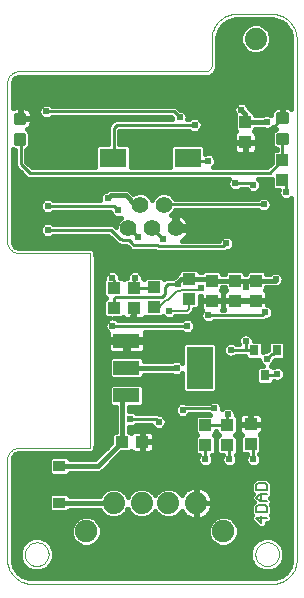
<source format=gtl>
G75*
%MOIN*%
%OFA0B0*%
%FSLAX24Y24*%
%IPPOS*%
%LPD*%
%AMOC8*
5,1,8,0,0,1.08239X$1,22.5*
%
%ADD10C,0.0000*%
%ADD11C,0.0060*%
%ADD12R,0.0433X0.0394*%
%ADD13R,0.0880X0.0480*%
%ADD14R,0.0866X0.1417*%
%ADD15R,0.0394X0.0433*%
%ADD16R,0.0413X0.0374*%
%ADD17R,0.0315X0.0354*%
%ADD18C,0.0118*%
%ADD19C,0.0740*%
%ADD20C,0.0748*%
%ADD21C,0.0560*%
%ADD22R,0.0906X0.0630*%
%ADD23C,0.0100*%
%ADD24C,0.0240*%
%ADD25C,0.0080*%
%ADD26C,0.0160*%
D10*
X003031Y003256D02*
X003031Y006602D01*
X003033Y006641D01*
X003039Y006679D01*
X003048Y006716D01*
X003061Y006753D01*
X003078Y006788D01*
X003097Y006821D01*
X003120Y006852D01*
X003146Y006881D01*
X003175Y006907D01*
X003206Y006930D01*
X003239Y006949D01*
X003274Y006966D01*
X003311Y006979D01*
X003348Y006988D01*
X003386Y006994D01*
X003425Y006996D01*
X005787Y006996D01*
X005787Y013492D01*
X003425Y013492D01*
X003425Y013491D02*
X003386Y013493D01*
X003348Y013499D01*
X003311Y013508D01*
X003274Y013521D01*
X003239Y013538D01*
X003206Y013557D01*
X003175Y013580D01*
X003146Y013606D01*
X003120Y013635D01*
X003097Y013666D01*
X003078Y013699D01*
X003061Y013734D01*
X003048Y013771D01*
X003039Y013808D01*
X003033Y013846D01*
X003031Y013885D01*
X003031Y019161D01*
X003033Y019200D01*
X003039Y019238D01*
X003048Y019275D01*
X003061Y019312D01*
X003078Y019347D01*
X003097Y019380D01*
X003120Y019411D01*
X003146Y019440D01*
X003175Y019466D01*
X003206Y019489D01*
X003239Y019508D01*
X003274Y019525D01*
X003311Y019538D01*
X003348Y019547D01*
X003386Y019553D01*
X003425Y019555D01*
X009645Y019555D01*
X009671Y019557D01*
X009696Y019562D01*
X009720Y019570D01*
X009744Y019581D01*
X009765Y019596D01*
X009784Y019613D01*
X009801Y019632D01*
X009816Y019654D01*
X009827Y019677D01*
X009835Y019701D01*
X009840Y019726D01*
X009842Y019752D01*
X009842Y020578D01*
X010630Y021466D02*
X011889Y021466D01*
X011944Y021460D01*
X011998Y021452D01*
X012051Y021440D01*
X012104Y021424D01*
X012156Y021405D01*
X012206Y021383D01*
X012254Y021357D01*
X012301Y021328D01*
X012346Y021297D01*
X012389Y021262D01*
X012429Y021225D01*
X012467Y021185D01*
X012502Y021143D01*
X012534Y021098D01*
X012563Y021052D01*
X012589Y021003D01*
X012612Y020954D01*
X012632Y020902D01*
X012648Y020850D01*
X012661Y020796D01*
X012670Y020742D01*
X012676Y020688D01*
X012678Y020633D01*
X012677Y020578D01*
X012677Y003256D01*
X012676Y003256D02*
X012674Y003202D01*
X012669Y003149D01*
X012660Y003096D01*
X012647Y003044D01*
X012631Y002992D01*
X012611Y002942D01*
X012588Y002894D01*
X012561Y002847D01*
X012532Y002802D01*
X012499Y002759D01*
X012464Y002719D01*
X012426Y002681D01*
X012386Y002646D01*
X012343Y002613D01*
X012298Y002584D01*
X012251Y002557D01*
X012203Y002534D01*
X012153Y002514D01*
X012101Y002498D01*
X012049Y002485D01*
X011996Y002476D01*
X011943Y002471D01*
X011889Y002469D01*
X011889Y002468D02*
X003819Y002468D01*
X003819Y002469D02*
X003765Y002471D01*
X003712Y002476D01*
X003659Y002485D01*
X003607Y002498D01*
X003555Y002514D01*
X003505Y002534D01*
X003457Y002557D01*
X003410Y002584D01*
X003365Y002613D01*
X003322Y002646D01*
X003282Y002681D01*
X003244Y002719D01*
X003209Y002759D01*
X003176Y002802D01*
X003147Y002847D01*
X003120Y002894D01*
X003097Y002942D01*
X003077Y002992D01*
X003061Y003044D01*
X003048Y003096D01*
X003039Y003149D01*
X003034Y003202D01*
X003032Y003256D01*
X003621Y003452D02*
X003623Y003491D01*
X003629Y003530D01*
X003639Y003568D01*
X003652Y003605D01*
X003669Y003640D01*
X003689Y003674D01*
X003713Y003705D01*
X003740Y003734D01*
X003769Y003760D01*
X003801Y003783D01*
X003835Y003803D01*
X003871Y003819D01*
X003908Y003831D01*
X003947Y003840D01*
X003986Y003845D01*
X004025Y003846D01*
X004064Y003843D01*
X004103Y003836D01*
X004140Y003825D01*
X004177Y003811D01*
X004212Y003793D01*
X004245Y003772D01*
X004276Y003747D01*
X004304Y003720D01*
X004329Y003690D01*
X004351Y003657D01*
X004370Y003623D01*
X004385Y003587D01*
X004397Y003549D01*
X004405Y003511D01*
X004409Y003472D01*
X004409Y003432D01*
X004405Y003393D01*
X004397Y003355D01*
X004385Y003317D01*
X004370Y003281D01*
X004351Y003247D01*
X004329Y003214D01*
X004304Y003184D01*
X004276Y003157D01*
X004245Y003132D01*
X004212Y003111D01*
X004177Y003093D01*
X004140Y003079D01*
X004103Y003068D01*
X004064Y003061D01*
X004025Y003058D01*
X003986Y003059D01*
X003947Y003064D01*
X003908Y003073D01*
X003871Y003085D01*
X003835Y003101D01*
X003801Y003121D01*
X003769Y003144D01*
X003740Y003170D01*
X003713Y003199D01*
X003689Y003230D01*
X003669Y003264D01*
X003652Y003299D01*
X003639Y003336D01*
X003629Y003374D01*
X003623Y003413D01*
X003621Y003452D01*
X011299Y003452D02*
X011301Y003491D01*
X011307Y003530D01*
X011317Y003568D01*
X011330Y003605D01*
X011347Y003640D01*
X011367Y003674D01*
X011391Y003705D01*
X011418Y003734D01*
X011447Y003760D01*
X011479Y003783D01*
X011513Y003803D01*
X011549Y003819D01*
X011586Y003831D01*
X011625Y003840D01*
X011664Y003845D01*
X011703Y003846D01*
X011742Y003843D01*
X011781Y003836D01*
X011818Y003825D01*
X011855Y003811D01*
X011890Y003793D01*
X011923Y003772D01*
X011954Y003747D01*
X011982Y003720D01*
X012007Y003690D01*
X012029Y003657D01*
X012048Y003623D01*
X012063Y003587D01*
X012075Y003549D01*
X012083Y003511D01*
X012087Y003472D01*
X012087Y003432D01*
X012083Y003393D01*
X012075Y003355D01*
X012063Y003317D01*
X012048Y003281D01*
X012029Y003247D01*
X012007Y003214D01*
X011982Y003184D01*
X011954Y003157D01*
X011923Y003132D01*
X011890Y003111D01*
X011855Y003093D01*
X011818Y003079D01*
X011781Y003068D01*
X011742Y003061D01*
X011703Y003058D01*
X011664Y003059D01*
X011625Y003064D01*
X011586Y003073D01*
X011549Y003085D01*
X011513Y003101D01*
X011479Y003121D01*
X011447Y003144D01*
X011418Y003170D01*
X011391Y003199D01*
X011367Y003230D01*
X011347Y003264D01*
X011330Y003299D01*
X011317Y003336D01*
X011307Y003374D01*
X011301Y003413D01*
X011299Y003452D01*
X009842Y020578D02*
X009841Y020633D01*
X009843Y020688D01*
X009849Y020742D01*
X009858Y020796D01*
X009871Y020850D01*
X009887Y020902D01*
X009907Y020954D01*
X009930Y021003D01*
X009956Y021052D01*
X009985Y021098D01*
X010017Y021143D01*
X010052Y021185D01*
X010090Y021225D01*
X010130Y021262D01*
X010173Y021297D01*
X010218Y021328D01*
X010265Y021357D01*
X010313Y021383D01*
X010363Y021405D01*
X010415Y021424D01*
X010468Y021440D01*
X010521Y021452D01*
X010575Y021460D01*
X010630Y021466D01*
D11*
X011392Y005818D02*
X011335Y005761D01*
X011335Y005591D01*
X011675Y005591D01*
X011675Y005761D01*
X011618Y005818D01*
X011392Y005818D01*
X011448Y005449D02*
X011675Y005449D01*
X011505Y005449D02*
X011505Y005223D01*
X011448Y005223D02*
X011335Y005336D01*
X011448Y005449D01*
X011448Y005223D02*
X011675Y005223D01*
X011618Y005081D02*
X011392Y005081D01*
X011335Y005024D01*
X011335Y004854D01*
X011675Y004854D01*
X011675Y005024D01*
X011618Y005081D01*
X011505Y004713D02*
X011505Y004486D01*
X011335Y004656D01*
X011675Y004656D01*
D12*
X011145Y007116D03*
X011145Y007785D03*
X010352Y007765D03*
X010352Y007095D03*
X009636Y007095D03*
X009636Y007765D03*
X007529Y007198D03*
X006860Y007198D03*
X006594Y011654D03*
X006594Y012323D03*
X007250Y012337D03*
X007250Y011667D03*
X007912Y011683D03*
X007912Y012352D03*
X009092Y012623D03*
X009092Y011954D03*
X012205Y015920D03*
X012205Y016589D03*
D13*
X007005Y010575D03*
X007005Y009665D03*
X007005Y008755D03*
D14*
X009445Y009665D03*
D15*
X009852Y011907D03*
X009852Y012576D03*
X010615Y012576D03*
X010615Y011907D03*
X011327Y011907D03*
X011327Y012576D03*
X010966Y017189D03*
X010966Y017858D03*
D16*
X004761Y006396D03*
X004761Y005176D03*
D17*
X011259Y010244D03*
X011633Y009417D03*
X012007Y010244D03*
D18*
X012067Y017156D02*
X012343Y017156D01*
X012067Y017156D02*
X012067Y017432D01*
X012343Y017432D01*
X012343Y017156D01*
X012343Y017273D02*
X012067Y017273D01*
X012067Y017390D02*
X012343Y017390D01*
X012343Y017847D02*
X012067Y017847D01*
X012067Y018123D01*
X012343Y018123D01*
X012343Y017847D01*
X012343Y017964D02*
X012067Y017964D01*
X012067Y018081D02*
X012343Y018081D01*
X003601Y017832D02*
X003325Y017832D01*
X003325Y018108D01*
X003601Y018108D01*
X003601Y017832D01*
X003601Y017949D02*
X003325Y017949D01*
X003325Y018066D02*
X003601Y018066D01*
X003601Y017141D02*
X003325Y017141D01*
X003325Y017417D01*
X003601Y017417D01*
X003601Y017141D01*
X003601Y017258D02*
X003325Y017258D01*
X003325Y017375D02*
X003601Y017375D01*
D19*
X006574Y005161D03*
X007509Y005161D03*
X008396Y005161D03*
X009330Y005161D03*
X011313Y020636D03*
D20*
X010236Y004216D03*
X005669Y004216D03*
D21*
X007067Y014317D03*
X007460Y015104D03*
X007854Y014317D03*
X008248Y015104D03*
X008641Y014317D03*
D22*
X009045Y016667D03*
X006565Y016667D03*
D23*
X006581Y016683D01*
X006581Y017662D01*
X006681Y017762D01*
X009281Y017762D01*
X008781Y018012D02*
X008581Y018212D01*
X004331Y018212D01*
X003463Y017279D02*
X003481Y017261D01*
X003481Y016462D01*
X003781Y016162D01*
X011781Y016162D01*
X012031Y016412D01*
X012031Y016512D01*
X012108Y016589D01*
X012205Y016589D01*
X012205Y017294D01*
X011881Y017662D02*
X011381Y017162D01*
X010993Y017162D01*
X010966Y017189D01*
X011881Y017662D02*
X012204Y017985D01*
X012205Y017985D01*
X012205Y015920D02*
X012331Y015794D01*
X012331Y015512D01*
X011581Y015112D02*
X008256Y015112D01*
X008248Y015104D01*
X007854Y014317D02*
X008209Y013962D01*
X008231Y013962D01*
X008031Y013762D02*
X008081Y013712D01*
X010231Y013712D01*
X010331Y013812D01*
X011131Y012612D02*
X010981Y012462D01*
X010981Y012362D01*
X011131Y012612D02*
X011181Y012612D01*
X011331Y012462D01*
X011431Y012462D01*
X011631Y011512D02*
X011531Y011412D01*
X009731Y011412D01*
X009031Y011062D02*
X008381Y011062D01*
X006531Y011062D01*
X006594Y011654D02*
X006594Y011975D01*
X006631Y012012D01*
X008181Y012012D01*
X008281Y012112D01*
X008281Y012362D01*
X008381Y012462D01*
X008731Y012462D01*
X008931Y012012D02*
X008931Y011862D01*
X008990Y011954D02*
X008931Y012012D01*
X008990Y011954D02*
X009092Y011954D01*
X008102Y011683D02*
X007912Y011683D01*
X007897Y012337D02*
X007912Y012352D01*
X007897Y012337D02*
X007250Y012337D01*
X007250Y012631D01*
X007281Y012662D01*
X006594Y012600D02*
X006594Y012323D01*
X006594Y012600D02*
X006531Y012662D01*
X007231Y013762D02*
X007181Y013812D01*
X007081Y013912D01*
X006881Y013912D01*
X006831Y013962D01*
X006781Y013962D01*
X006481Y014262D01*
X004381Y014262D01*
X004381Y015062D02*
X006581Y015062D01*
X006731Y014912D01*
X007067Y014317D02*
X007076Y014317D01*
X007381Y014012D01*
X007231Y013762D02*
X008031Y013762D01*
X009150Y016562D02*
X009045Y016667D01*
X009150Y016562D02*
X009731Y016562D01*
X010631Y015812D02*
X011181Y015812D01*
X011231Y015762D01*
X010981Y010562D02*
X010981Y010262D01*
X011240Y010262D01*
X011259Y010244D01*
X010981Y010262D02*
X010481Y010262D01*
X011681Y009962D02*
X011781Y010062D01*
X011831Y010112D01*
X011875Y010112D01*
X012007Y010244D01*
X012031Y009462D02*
X011986Y009417D01*
X011633Y009417D01*
X010381Y008112D02*
X010352Y008083D01*
X010352Y007765D01*
X009636Y007765D01*
X009931Y008312D02*
X008931Y008312D01*
X008881Y008262D01*
X009636Y007095D02*
X009631Y007090D01*
X009631Y006612D01*
X010352Y007095D02*
X010431Y007016D01*
X010431Y006612D01*
X011145Y007116D02*
X011231Y007030D01*
X011231Y006612D01*
X008081Y007862D02*
X007981Y007962D01*
X007131Y007962D01*
X003481Y017261D02*
X003463Y017279D01*
D24*
X004015Y017626D03*
X004331Y018212D03*
X004606Y019200D03*
X005197Y019200D03*
X005787Y019200D03*
X006378Y019200D03*
X006968Y019200D03*
X007559Y019200D03*
X008543Y019200D03*
X009134Y019200D03*
X009983Y019475D03*
X010383Y019525D03*
X010683Y019825D03*
X010833Y020225D03*
X010718Y020825D03*
X010968Y021125D03*
X011368Y021225D03*
X011718Y021075D03*
X011918Y020725D03*
X011833Y020325D03*
X011783Y019885D03*
X011583Y019494D03*
X011383Y019154D03*
X011118Y018894D03*
X010831Y018262D03*
X010768Y018685D03*
X011681Y017862D03*
X011581Y017062D03*
X011231Y015762D03*
X011581Y015112D03*
X012331Y015512D03*
X010631Y015812D03*
X010400Y016669D03*
X009731Y016562D03*
X009281Y017762D03*
X008781Y018012D03*
X006731Y014912D03*
X006381Y015312D03*
X006378Y015854D03*
X005787Y015657D03*
X005197Y015657D03*
X004606Y015657D03*
X004381Y015062D03*
X004015Y015657D03*
X004015Y016641D03*
X003425Y015657D03*
X004381Y014262D03*
X004803Y013885D03*
X005590Y013885D03*
X006531Y012662D03*
X007281Y012662D03*
X007231Y011312D03*
X006531Y011062D03*
X007081Y009212D03*
X007131Y007962D03*
X008081Y007862D03*
X008149Y008767D03*
X008681Y009662D03*
X008149Y010539D03*
X008431Y011562D03*
X008731Y012462D03*
X009481Y012312D03*
X009731Y011412D03*
X009031Y011062D03*
X010511Y010933D03*
X010481Y010262D03*
X010981Y010562D03*
X011496Y010933D03*
X011631Y011512D03*
X012283Y011720D03*
X012283Y011130D03*
X011681Y009962D03*
X012031Y009462D03*
X012283Y008964D03*
X012283Y008374D03*
X011231Y006612D03*
X010431Y006612D03*
X010118Y006208D03*
X009527Y006208D03*
X009631Y006612D03*
X008937Y006208D03*
X008346Y006208D03*
X007756Y006208D03*
X007165Y006208D03*
X006574Y006208D03*
X008881Y008262D03*
X009931Y008312D03*
X010381Y008112D03*
X010905Y009161D03*
X012283Y006405D03*
X012283Y005815D03*
X012283Y005224D03*
X012283Y004633D03*
X012283Y004043D03*
X010981Y012362D03*
X010331Y013812D03*
X011981Y012612D03*
X008231Y013962D03*
X007381Y014012D03*
X003425Y006602D03*
X003425Y006011D03*
D25*
X008102Y011683D02*
X008331Y011912D01*
X008381Y011912D01*
X008681Y012212D01*
X008781Y012212D01*
X008831Y012262D01*
X009431Y012262D01*
X009481Y012312D01*
X009092Y011954D02*
X009092Y011623D01*
X009031Y011562D01*
X008431Y011562D01*
D26*
X008619Y011382D02*
X008578Y011342D01*
X008483Y011302D01*
X008379Y011302D01*
X008284Y011342D01*
X008233Y011393D01*
X008187Y011346D01*
X007638Y011346D01*
X007616Y011368D01*
X007611Y011360D01*
X007577Y011326D01*
X007536Y011303D01*
X007490Y011290D01*
X007268Y011290D01*
X007268Y011649D01*
X007232Y011649D01*
X007232Y011290D01*
X007010Y011290D01*
X006964Y011303D01*
X006923Y011326D01*
X006901Y011349D01*
X006868Y011317D01*
X006596Y011317D01*
X006678Y011283D01*
X008884Y011283D01*
X008853Y011252D01*
X006709Y011252D01*
X006678Y011283D01*
X006466Y011317D02*
X006384Y011283D01*
X005985Y011283D01*
X005985Y011441D02*
X006237Y011441D01*
X006237Y011399D02*
X006319Y011317D01*
X006466Y011317D01*
X006384Y011283D02*
X006311Y011209D01*
X006271Y011114D01*
X006271Y011010D01*
X006311Y010915D01*
X006384Y010842D01*
X006386Y010841D01*
X006385Y010838D01*
X006385Y010615D01*
X006965Y010615D01*
X006965Y010535D01*
X006385Y010535D01*
X006385Y010311D01*
X006397Y010265D01*
X006421Y010224D01*
X006454Y010191D01*
X006495Y010167D01*
X006541Y010155D01*
X006965Y010155D01*
X006965Y010535D01*
X007045Y010535D01*
X007045Y010615D01*
X007625Y010615D01*
X007625Y010838D01*
X007616Y010872D01*
X008853Y010872D01*
X008884Y010842D01*
X008979Y010802D01*
X009083Y010802D01*
X009178Y010842D01*
X009252Y010915D01*
X009291Y011010D01*
X009291Y011114D01*
X009252Y011209D01*
X009178Y011283D01*
X009503Y011283D01*
X009511Y011265D02*
X009584Y011192D01*
X009679Y011152D01*
X009783Y011152D01*
X009878Y011192D01*
X009909Y011222D01*
X011610Y011222D01*
X011640Y011252D01*
X011683Y011252D01*
X011778Y011292D01*
X011852Y011365D01*
X011891Y011460D01*
X011891Y011564D01*
X011852Y011659D01*
X011778Y011733D01*
X011704Y011763D01*
X011704Y011889D01*
X011346Y011889D01*
X011346Y011926D01*
X011704Y011926D01*
X011704Y012147D01*
X011692Y012193D01*
X011668Y012234D01*
X011635Y012268D01*
X011632Y012269D01*
X011664Y012302D01*
X011664Y012356D01*
X011919Y012356D01*
X011929Y012352D01*
X012033Y012352D01*
X012128Y012392D01*
X012202Y012465D01*
X012241Y012560D01*
X012241Y012664D01*
X012202Y012759D01*
X012128Y012833D01*
X012033Y012872D01*
X011929Y012872D01*
X011834Y012833D01*
X011798Y012796D01*
X011664Y012796D01*
X011664Y012851D01*
X011582Y012933D01*
X011072Y012933D01*
X010990Y012851D01*
X010990Y012796D01*
X010951Y012796D01*
X010951Y012851D01*
X010869Y012933D01*
X010360Y012933D01*
X010278Y012851D01*
X010278Y012796D01*
X010189Y012796D01*
X010189Y012851D01*
X010107Y012933D01*
X009597Y012933D01*
X009515Y012851D01*
X009515Y012843D01*
X009449Y012843D01*
X009449Y012878D01*
X009367Y012960D01*
X008818Y012960D01*
X008736Y012878D01*
X008736Y012828D01*
X008611Y012703D01*
X008595Y012687D01*
X008584Y012683D01*
X008553Y012652D01*
X008302Y012652D01*
X008263Y012613D01*
X008187Y012689D01*
X007638Y012689D01*
X007573Y012625D01*
X007541Y012657D01*
X007541Y012714D01*
X007502Y012809D01*
X007428Y012883D01*
X007333Y012922D01*
X007229Y012922D01*
X007134Y012883D01*
X007061Y012809D01*
X007021Y012714D01*
X007021Y012673D01*
X006976Y012673D01*
X006915Y012613D01*
X006868Y012660D01*
X006791Y012660D01*
X006791Y012714D01*
X006752Y012809D01*
X006678Y012883D01*
X006583Y012922D01*
X006479Y012922D01*
X006384Y012883D01*
X006311Y012809D01*
X006271Y012714D01*
X006271Y012612D01*
X006237Y012578D01*
X006237Y012068D01*
X006317Y011988D01*
X006237Y011908D01*
X006237Y011399D01*
X006237Y011600D02*
X005985Y011600D01*
X005985Y011758D02*
X006237Y011758D01*
X006246Y011917D02*
X005985Y011917D01*
X005985Y012075D02*
X006237Y012075D01*
X006237Y012234D02*
X005985Y012234D01*
X005985Y012392D02*
X006237Y012392D01*
X006237Y012551D02*
X005985Y012551D01*
X005985Y012709D02*
X006271Y012709D01*
X006369Y012868D02*
X005985Y012868D01*
X005985Y013026D02*
X012497Y013026D01*
X012497Y012868D02*
X012044Y012868D01*
X011919Y012868D02*
X011647Y012868D01*
X011945Y012576D02*
X011327Y012576D01*
X011327Y012566D01*
X011431Y012462D01*
X011327Y012576D02*
X010615Y012576D01*
X009852Y012576D01*
X009806Y012623D01*
X009092Y012623D01*
X009082Y012612D01*
X008831Y012612D01*
X008731Y012512D01*
X008731Y012462D01*
X008617Y012709D02*
X007541Y012709D01*
X007443Y012868D02*
X008736Y012868D01*
X009082Y012612D02*
X009092Y012623D01*
X009449Y012868D02*
X009532Y012868D01*
X009475Y012052D02*
X009475Y011926D01*
X009834Y011926D01*
X009834Y011889D01*
X009475Y011889D01*
X009475Y011667D01*
X009487Y011621D01*
X009511Y011580D01*
X009521Y011570D01*
X009511Y011559D01*
X009471Y011464D01*
X009471Y011360D01*
X009511Y011265D01*
X009471Y011441D02*
X009165Y011441D01*
X009106Y011382D02*
X009272Y011549D01*
X009272Y011617D01*
X009367Y011617D01*
X009449Y011699D01*
X009449Y012052D01*
X009475Y012052D01*
X009449Y011917D02*
X009834Y011917D01*
X009870Y011917D02*
X010596Y011917D01*
X010596Y011926D02*
X010596Y011889D01*
X010238Y011889D01*
X010238Y011667D01*
X010250Y011621D01*
X010261Y011602D01*
X010206Y011602D01*
X010217Y011621D01*
X010229Y011667D01*
X010229Y011889D01*
X009870Y011889D01*
X009870Y011926D01*
X010229Y011926D01*
X010229Y012147D01*
X010217Y012193D01*
X010193Y012234D01*
X010159Y012268D01*
X010156Y012269D01*
X010189Y012302D01*
X010189Y012356D01*
X010278Y012356D01*
X010278Y012302D01*
X010310Y012269D01*
X010307Y012268D01*
X010274Y012234D01*
X010250Y012193D01*
X010238Y012147D01*
X010238Y011926D01*
X010596Y011926D01*
X010633Y011926D02*
X010991Y011926D01*
X011309Y011926D01*
X011309Y011889D01*
X010633Y011889D01*
X010633Y011926D01*
X010633Y011917D02*
X011309Y011917D01*
X011346Y011917D02*
X012497Y011917D01*
X012497Y012075D02*
X011704Y012075D01*
X011668Y012234D02*
X012497Y012234D01*
X012497Y012392D02*
X012129Y012392D01*
X012237Y012551D02*
X012497Y012551D01*
X012497Y012709D02*
X012222Y012709D01*
X011981Y012612D02*
X011945Y012576D01*
X011717Y011758D02*
X012497Y011758D01*
X012497Y011600D02*
X011876Y011600D01*
X011883Y011441D02*
X012497Y011441D01*
X012497Y011283D02*
X011757Y011283D01*
X011791Y010561D02*
X011709Y010479D01*
X011709Y010259D01*
X011672Y010222D01*
X011629Y010222D01*
X011556Y010192D01*
X011556Y010479D01*
X011474Y010561D01*
X011241Y010561D01*
X011241Y010614D01*
X011202Y010709D01*
X011128Y010783D01*
X011033Y010822D01*
X010929Y010822D01*
X010834Y010783D01*
X010761Y010709D01*
X010721Y010614D01*
X010721Y010510D01*
X010745Y010452D01*
X010659Y010452D01*
X010628Y010483D01*
X010533Y010522D01*
X010429Y010522D01*
X010334Y010483D01*
X010261Y010409D01*
X010221Y010314D01*
X010221Y010210D01*
X010261Y010115D01*
X010334Y010042D01*
X010429Y010002D01*
X010533Y010002D01*
X010628Y010042D01*
X010659Y010072D01*
X010961Y010072D01*
X010961Y010009D01*
X011043Y009927D01*
X011421Y009927D01*
X011421Y009910D01*
X011461Y009815D01*
X011534Y009742D01*
X011552Y009734D01*
X011417Y009734D01*
X011335Y009652D01*
X011335Y009182D01*
X011417Y009100D01*
X011848Y009100D01*
X011930Y009182D01*
X011930Y009223D01*
X011979Y009202D01*
X012083Y009202D01*
X012178Y009242D01*
X012252Y009315D01*
X012291Y009410D01*
X012291Y009514D01*
X012252Y009609D01*
X012178Y009683D01*
X012083Y009722D01*
X011979Y009722D01*
X011895Y009687D01*
X011848Y009734D01*
X011810Y009734D01*
X011828Y009742D01*
X011902Y009815D01*
X011941Y009910D01*
X011941Y009922D01*
X011954Y009922D01*
X011958Y009927D01*
X012222Y009927D01*
X012304Y010009D01*
X012304Y010479D01*
X012222Y010561D01*
X011791Y010561D01*
X011721Y010490D02*
X011545Y010490D01*
X011556Y010332D02*
X011709Y010332D01*
X011919Y009856D02*
X012497Y009856D01*
X012497Y009698D02*
X012142Y009698D01*
X012281Y009539D02*
X012497Y009539D01*
X012497Y009381D02*
X012279Y009381D01*
X012131Y009222D02*
X012497Y009222D01*
X012497Y009064D02*
X010018Y009064D01*
X010018Y009222D02*
X011335Y009222D01*
X011335Y009381D02*
X010018Y009381D01*
X010018Y009539D02*
X011335Y009539D01*
X011381Y009698D02*
X010018Y009698D01*
X010018Y009856D02*
X011444Y009856D01*
X010961Y010015D02*
X010563Y010015D01*
X010399Y010015D02*
X010018Y010015D01*
X010018Y010173D02*
X010237Y010173D01*
X010229Y010332D02*
X010018Y010332D01*
X010018Y010431D02*
X009936Y010513D01*
X008954Y010513D01*
X008872Y010431D01*
X008872Y009839D01*
X008828Y009883D01*
X008733Y009922D01*
X008629Y009922D01*
X008534Y009883D01*
X008533Y009882D01*
X007585Y009882D01*
X007585Y009963D01*
X007503Y010045D01*
X006507Y010045D01*
X006425Y009963D01*
X006425Y009367D01*
X006507Y009285D01*
X007503Y009285D01*
X007585Y009367D01*
X007585Y009442D01*
X008533Y009442D01*
X008534Y009442D01*
X008629Y009402D01*
X008733Y009402D01*
X008828Y009442D01*
X008872Y009485D01*
X008872Y008898D01*
X008954Y008816D01*
X009936Y008816D01*
X010018Y008898D01*
X010018Y010431D01*
X009959Y010490D02*
X010352Y010490D01*
X010610Y010490D02*
X010730Y010490D01*
X010736Y010649D02*
X007625Y010649D01*
X007625Y010535D02*
X007045Y010535D01*
X007045Y010155D01*
X007469Y010155D01*
X007514Y010167D01*
X007555Y010191D01*
X007589Y010224D01*
X007613Y010265D01*
X007625Y010311D01*
X007625Y010535D01*
X007625Y010490D02*
X008931Y010490D01*
X008872Y010332D02*
X007625Y010332D01*
X007525Y010173D02*
X008872Y010173D01*
X008872Y010015D02*
X007533Y010015D01*
X007585Y009381D02*
X008872Y009381D01*
X008872Y009222D02*
X005985Y009222D01*
X005985Y009064D02*
X006436Y009064D01*
X006425Y009053D02*
X006507Y009135D01*
X007503Y009135D01*
X007585Y009053D01*
X007585Y008457D01*
X007503Y008375D01*
X007080Y008375D01*
X007080Y008222D01*
X007183Y008222D01*
X007278Y008183D01*
X007309Y008152D01*
X008060Y008152D01*
X008090Y008122D01*
X008133Y008122D01*
X008228Y008083D01*
X008302Y008009D01*
X008341Y007914D01*
X008341Y007810D01*
X008302Y007715D01*
X008228Y007642D01*
X008133Y007602D01*
X008029Y007602D01*
X007934Y007642D01*
X007861Y007715D01*
X007837Y007772D01*
X007309Y007772D01*
X007278Y007742D01*
X007183Y007702D01*
X007080Y007702D01*
X007080Y007535D01*
X007134Y007535D01*
X007167Y007503D01*
X007168Y007506D01*
X007202Y007539D01*
X007243Y007563D01*
X007289Y007575D01*
X007510Y007575D01*
X007510Y007217D01*
X007547Y007217D01*
X007547Y007575D01*
X007769Y007575D01*
X007815Y007563D01*
X007856Y007539D01*
X007889Y007506D01*
X007913Y007465D01*
X007925Y007419D01*
X007925Y007217D01*
X007547Y007217D01*
X007547Y007180D01*
X007547Y006822D01*
X007769Y006822D01*
X007815Y006834D01*
X007856Y006858D01*
X007889Y006891D01*
X007913Y006932D01*
X007925Y006978D01*
X007925Y007180D01*
X007547Y007180D01*
X007510Y007180D01*
X007510Y006822D01*
X007289Y006822D01*
X007243Y006834D01*
X007202Y006858D01*
X007168Y006891D01*
X007167Y006894D01*
X007134Y006862D01*
X006834Y006862D01*
X006148Y006176D01*
X005108Y006176D01*
X005108Y006151D01*
X005026Y006069D01*
X004497Y006069D01*
X004415Y006151D01*
X004415Y006641D01*
X004497Y006723D01*
X005026Y006723D01*
X005108Y006641D01*
X005108Y006616D01*
X005966Y006616D01*
X006503Y007153D01*
X006503Y007453D01*
X006585Y007535D01*
X006640Y007535D01*
X006640Y008375D01*
X006507Y008375D01*
X006425Y008457D01*
X006425Y009053D01*
X006425Y008905D02*
X005985Y008905D01*
X005985Y008747D02*
X006425Y008747D01*
X006425Y008588D02*
X005985Y008588D01*
X005985Y008430D02*
X006452Y008430D01*
X006640Y008271D02*
X005985Y008271D01*
X005985Y008113D02*
X006640Y008113D01*
X006640Y007954D02*
X005985Y007954D01*
X005985Y007796D02*
X006640Y007796D01*
X006640Y007637D02*
X005985Y007637D01*
X005985Y007479D02*
X006528Y007479D01*
X006503Y007320D02*
X005985Y007320D01*
X005985Y007162D02*
X006503Y007162D01*
X006353Y007003D02*
X005967Y007003D01*
X005967Y007016D02*
X005985Y007034D01*
X005985Y013399D01*
X005967Y013417D01*
X005967Y013566D01*
X005862Y013672D01*
X003425Y013672D01*
X003383Y013676D01*
X003306Y013708D01*
X003247Y013767D01*
X003215Y013844D01*
X003211Y013885D01*
X003211Y016974D01*
X003243Y016942D01*
X003291Y016942D01*
X003291Y016384D01*
X003402Y016272D01*
X003702Y015972D01*
X010423Y015972D01*
X010411Y015959D01*
X010371Y015864D01*
X010371Y015760D01*
X010411Y015665D01*
X010484Y015592D01*
X010579Y015552D01*
X010683Y015552D01*
X010778Y015592D01*
X010809Y015622D01*
X011008Y015622D01*
X011011Y015615D01*
X011084Y015542D01*
X011179Y015502D01*
X011283Y015502D01*
X011378Y015542D01*
X011452Y015615D01*
X011491Y015710D01*
X011491Y015814D01*
X011452Y015909D01*
X011389Y015972D01*
X011849Y015972D01*
X011849Y015665D01*
X011931Y015583D01*
X012079Y015583D01*
X012071Y015564D01*
X012071Y015460D01*
X012111Y015365D01*
X012184Y015292D01*
X012279Y015252D01*
X012383Y015252D01*
X012478Y015292D01*
X012497Y015310D01*
X012497Y003256D01*
X012489Y003160D01*
X012431Y002980D01*
X012319Y002826D01*
X012165Y002714D01*
X011984Y002656D01*
X011889Y002648D01*
X003819Y002648D01*
X003724Y002656D01*
X003543Y002714D01*
X003389Y002826D01*
X003277Y002980D01*
X003219Y003160D01*
X003211Y003256D01*
X003211Y006602D01*
X003215Y006644D01*
X003247Y006721D01*
X003306Y006780D01*
X003383Y006812D01*
X003425Y006816D01*
X005862Y006816D01*
X005967Y006921D01*
X005967Y007016D01*
X005891Y006845D02*
X006195Y006845D01*
X006036Y006686D02*
X005063Y006686D01*
X004761Y006396D02*
X006057Y006396D01*
X006860Y007198D01*
X006860Y008609D01*
X007005Y008755D01*
X007080Y008271D02*
X008621Y008271D01*
X008621Y008314D02*
X008621Y008210D01*
X008661Y008115D01*
X008734Y008042D01*
X008829Y008002D01*
X008933Y008002D01*
X009028Y008042D01*
X009102Y008115D01*
X009105Y008122D01*
X009753Y008122D01*
X009774Y008101D01*
X009362Y008101D01*
X009280Y008019D01*
X009280Y007510D01*
X009360Y007430D01*
X009280Y007350D01*
X009280Y006840D01*
X009362Y006758D01*
X009410Y006758D01*
X009371Y006664D01*
X009371Y006560D01*
X009411Y006465D01*
X009484Y006392D01*
X009579Y006352D01*
X009683Y006352D01*
X009778Y006392D01*
X009852Y006465D01*
X009891Y006560D01*
X009891Y006664D01*
X009852Y006758D01*
X009911Y006758D01*
X009993Y006840D01*
X009993Y007350D01*
X009913Y007430D01*
X009993Y007510D01*
X009993Y007575D01*
X009995Y007575D01*
X009995Y007510D01*
X010075Y007430D01*
X009995Y007350D01*
X009995Y006840D01*
X010078Y006758D01*
X010210Y006758D01*
X010171Y006664D01*
X010171Y006560D01*
X010211Y006465D01*
X010284Y006392D01*
X010379Y006352D01*
X010483Y006352D01*
X010578Y006392D01*
X010652Y006465D01*
X010691Y006560D01*
X010691Y006664D01*
X010652Y006759D01*
X010640Y006771D01*
X010709Y006840D01*
X010709Y007350D01*
X010629Y007430D01*
X010709Y007510D01*
X010709Y008019D01*
X010641Y008087D01*
X010641Y008164D01*
X010602Y008259D01*
X010528Y008333D01*
X010433Y008372D01*
X010329Y008372D01*
X010234Y008333D01*
X010191Y008290D01*
X010191Y008364D01*
X010152Y008459D01*
X010078Y008533D01*
X009983Y008572D01*
X009879Y008572D01*
X009784Y008533D01*
X009753Y008502D01*
X008981Y008502D01*
X008933Y008522D01*
X008829Y008522D01*
X008734Y008483D01*
X008661Y008409D01*
X008621Y008314D01*
X008681Y008430D02*
X007558Y008430D01*
X007585Y008588D02*
X012497Y008588D01*
X012497Y008430D02*
X010164Y008430D01*
X010018Y008905D02*
X012497Y008905D01*
X012497Y008747D02*
X007585Y008747D01*
X007585Y008905D02*
X008872Y008905D01*
X008872Y009064D02*
X007574Y009064D01*
X007007Y009662D02*
X007005Y009665D01*
X007007Y009662D02*
X008281Y009662D01*
X008681Y009662D01*
X008855Y009856D02*
X008872Y009856D01*
X008967Y010807D02*
X007625Y010807D01*
X007268Y011441D02*
X007232Y011441D01*
X007232Y011600D02*
X007268Y011600D01*
X007045Y010490D02*
X006965Y010490D01*
X006965Y010332D02*
X007045Y010332D01*
X007045Y010173D02*
X006965Y010173D01*
X006484Y010173D02*
X005985Y010173D01*
X005985Y010015D02*
X006477Y010015D01*
X006425Y009856D02*
X005985Y009856D01*
X005985Y009698D02*
X006425Y009698D01*
X006425Y009539D02*
X005985Y009539D01*
X005985Y009381D02*
X006425Y009381D01*
X006385Y010332D02*
X005985Y010332D01*
X005985Y010490D02*
X006385Y010490D01*
X006385Y010649D02*
X005985Y010649D01*
X005985Y010807D02*
X006385Y010807D01*
X006290Y010966D02*
X005985Y010966D01*
X005985Y011124D02*
X006275Y011124D01*
X006791Y012709D02*
X007021Y012709D01*
X007119Y012868D02*
X006693Y012868D01*
X007152Y013572D02*
X007041Y013684D01*
X007002Y013722D01*
X006802Y013722D01*
X006752Y013772D01*
X006702Y013772D01*
X006591Y013884D01*
X006402Y014072D01*
X004559Y014072D01*
X004528Y014042D01*
X004433Y014002D01*
X004329Y014002D01*
X004234Y014042D01*
X004161Y014115D01*
X004121Y014210D01*
X004121Y014314D01*
X004161Y014409D01*
X004234Y014483D01*
X004329Y014522D01*
X004433Y014522D01*
X004528Y014483D01*
X004559Y014452D01*
X006560Y014452D01*
X006647Y014365D01*
X006647Y014400D01*
X006711Y014555D01*
X006826Y014670D01*
X006783Y014652D01*
X006679Y014652D01*
X006584Y014692D01*
X006511Y014765D01*
X006471Y014860D01*
X006471Y014872D01*
X004559Y014872D01*
X004528Y014842D01*
X004433Y014802D01*
X004329Y014802D01*
X004234Y014842D01*
X004161Y014915D01*
X004121Y015010D01*
X004121Y015114D01*
X004161Y015209D01*
X004234Y015283D01*
X004329Y015322D01*
X004433Y015322D01*
X004528Y015283D01*
X004559Y015252D01*
X006125Y015252D01*
X006121Y015260D01*
X006121Y015364D01*
X006161Y015459D01*
X006234Y015533D01*
X006329Y015572D01*
X006330Y015572D01*
X006390Y015632D01*
X007072Y015632D01*
X007201Y015503D01*
X007238Y015467D01*
X007377Y015524D01*
X007544Y015524D01*
X007698Y015460D01*
X007816Y015342D01*
X007854Y015251D01*
X007892Y015342D01*
X008010Y015460D01*
X008164Y015524D01*
X008331Y015524D01*
X008486Y015460D01*
X008604Y015342D01*
X008620Y015302D01*
X011403Y015302D01*
X011434Y015333D01*
X011529Y015372D01*
X011633Y015372D01*
X011728Y015333D01*
X011802Y015259D01*
X011841Y015164D01*
X011841Y015060D01*
X011802Y014965D01*
X011728Y014892D01*
X011633Y014852D01*
X011529Y014852D01*
X011434Y014892D01*
X011403Y014922D01*
X008627Y014922D01*
X008604Y014866D01*
X008488Y014751D01*
X008534Y014766D01*
X008581Y014773D01*
X008581Y014377D01*
X008701Y014377D01*
X008701Y014773D01*
X008749Y014766D01*
X008818Y014743D01*
X008882Y014710D01*
X008941Y014668D01*
X008992Y014617D01*
X009035Y014558D01*
X009068Y014494D01*
X009090Y014425D01*
X009098Y014377D01*
X008701Y014377D01*
X008701Y014257D01*
X009098Y014257D01*
X009090Y014209D01*
X009068Y014140D01*
X009035Y014076D01*
X008992Y014017D01*
X008941Y013966D01*
X008882Y013924D01*
X008841Y013902D01*
X010087Y013902D01*
X010111Y013959D01*
X010184Y014033D01*
X010279Y014072D01*
X010383Y014072D01*
X010478Y014033D01*
X010552Y013959D01*
X010591Y013864D01*
X010591Y013760D01*
X010552Y013665D01*
X010478Y013592D01*
X010383Y013552D01*
X010340Y013552D01*
X010310Y013522D01*
X008002Y013522D01*
X007952Y013572D01*
X007152Y013572D01*
X007064Y013660D02*
X005873Y013660D01*
X005967Y013502D02*
X012497Y013502D01*
X012497Y013660D02*
X010547Y013660D01*
X010591Y013819D02*
X012497Y013819D01*
X012497Y013977D02*
X010534Y013977D01*
X010128Y013977D02*
X008952Y013977D01*
X009065Y014136D02*
X012497Y014136D01*
X012497Y014294D02*
X008701Y014294D01*
X008701Y014453D02*
X008581Y014453D01*
X008581Y014611D02*
X008701Y014611D01*
X008701Y014770D02*
X008581Y014770D01*
X008560Y014770D02*
X008507Y014770D01*
X008723Y014770D02*
X012497Y014770D01*
X012497Y014928D02*
X011765Y014928D01*
X011841Y015087D02*
X012497Y015087D01*
X012497Y015245D02*
X011807Y015245D01*
X012071Y015562D02*
X011399Y015562D01*
X011491Y015721D02*
X011849Y015721D01*
X011849Y015879D02*
X011464Y015879D01*
X011702Y016352D02*
X009889Y016352D01*
X009952Y016415D01*
X009991Y016510D01*
X009991Y016614D01*
X009952Y016709D01*
X009878Y016783D01*
X009783Y016822D01*
X009679Y016822D01*
X009638Y016805D01*
X009638Y017040D01*
X009556Y017122D01*
X008534Y017122D01*
X008452Y017040D01*
X008452Y016352D01*
X007157Y016352D01*
X007157Y017040D01*
X007075Y017122D01*
X006771Y017122D01*
X006771Y017572D01*
X009103Y017572D01*
X009134Y017542D01*
X009229Y017502D01*
X009333Y017502D01*
X009428Y017542D01*
X009502Y017615D01*
X009541Y017710D01*
X009541Y017814D01*
X009502Y017909D01*
X009428Y017983D01*
X009333Y018022D01*
X009229Y018022D01*
X009134Y017983D01*
X009103Y017952D01*
X009038Y017952D01*
X009041Y017960D01*
X009041Y018064D01*
X009002Y018159D01*
X008928Y018233D01*
X008833Y018272D01*
X008790Y018272D01*
X008660Y018402D01*
X004509Y018402D01*
X004478Y018433D01*
X004383Y018472D01*
X004279Y018472D01*
X004184Y018433D01*
X004111Y018359D01*
X004071Y018264D01*
X004071Y018160D01*
X004111Y018065D01*
X004184Y017992D01*
X004279Y017952D01*
X004383Y017952D01*
X004478Y017992D01*
X004509Y018022D01*
X008502Y018022D01*
X008521Y018004D01*
X008521Y017960D01*
X008525Y017952D01*
X006602Y017952D01*
X006502Y017852D01*
X006391Y017741D01*
X006391Y017122D01*
X006054Y017122D01*
X005972Y017040D01*
X005972Y016352D01*
X003860Y016352D01*
X003671Y016541D01*
X003671Y016942D01*
X003684Y016942D01*
X003800Y017059D01*
X003800Y017499D01*
X003690Y017610D01*
X003714Y017620D01*
X003754Y017646D01*
X003787Y017680D01*
X003813Y017719D01*
X003831Y017762D01*
X003840Y017808D01*
X003840Y017951D01*
X003482Y017951D01*
X003482Y017988D01*
X003840Y017988D01*
X003840Y018131D01*
X003831Y018177D01*
X003813Y018221D01*
X003787Y018260D01*
X003754Y018293D01*
X003714Y018319D01*
X003671Y018337D01*
X003625Y018347D01*
X003482Y018347D01*
X003482Y017988D01*
X003445Y017988D01*
X003445Y018347D01*
X003302Y018347D01*
X003256Y018337D01*
X003212Y018319D01*
X003211Y018318D01*
X003211Y019161D01*
X003215Y019203D01*
X003247Y019280D01*
X003306Y019339D01*
X003383Y019371D01*
X003425Y019375D01*
X009746Y019375D01*
X009921Y019476D01*
X010022Y019651D01*
X010022Y020510D01*
X010026Y020515D01*
X010022Y020584D01*
X010022Y020606D01*
X010024Y020692D01*
X010076Y020892D01*
X010187Y021066D01*
X010346Y021197D01*
X010538Y021272D01*
X010638Y021286D01*
X011881Y021286D01*
X011981Y021272D01*
X012173Y021197D01*
X012332Y021066D01*
X012443Y020892D01*
X012495Y020692D01*
X012497Y020606D01*
X012497Y020584D01*
X012493Y020515D01*
X012497Y020510D01*
X012497Y018307D01*
X012495Y018308D01*
X012456Y018334D01*
X012413Y018352D01*
X012367Y018361D01*
X012224Y018361D01*
X012224Y018003D01*
X012187Y018003D01*
X012187Y018361D01*
X012044Y018361D01*
X011998Y018352D01*
X011954Y018334D01*
X011915Y018308D01*
X011882Y018275D01*
X011856Y018236D01*
X011838Y018192D01*
X011828Y018146D01*
X011828Y018083D01*
X011733Y018122D01*
X011629Y018122D01*
X011534Y018083D01*
X011533Y018082D01*
X011303Y018082D01*
X011303Y018132D01*
X011221Y018214D01*
X011186Y018214D01*
X011186Y018218D01*
X011091Y018313D01*
X011091Y018314D01*
X011052Y018409D01*
X010978Y018483D01*
X010883Y018522D01*
X010779Y018522D01*
X010684Y018483D01*
X010611Y018409D01*
X010571Y018314D01*
X010571Y018210D01*
X010611Y018115D01*
X010629Y018096D01*
X010629Y017583D01*
X010662Y017551D01*
X010659Y017549D01*
X010625Y017516D01*
X010602Y017475D01*
X010589Y017429D01*
X010589Y017207D01*
X010948Y017207D01*
X010948Y017170D01*
X010985Y017170D01*
X010985Y017207D01*
X011343Y017207D01*
X011343Y017429D01*
X011331Y017475D01*
X011307Y017516D01*
X011274Y017549D01*
X011271Y017551D01*
X011303Y017583D01*
X011303Y017642D01*
X011533Y017642D01*
X011534Y017642D01*
X011629Y017602D01*
X011733Y017602D01*
X011828Y017642D01*
X011881Y017695D01*
X011882Y017694D01*
X011915Y017661D01*
X011954Y017635D01*
X011979Y017625D01*
X011868Y017514D01*
X011868Y017074D01*
X011985Y016957D01*
X012015Y016957D01*
X012015Y016926D01*
X011931Y016926D01*
X011849Y016844D01*
X011849Y016598D01*
X011841Y016591D01*
X011841Y016491D01*
X011702Y016352D01*
X011705Y016355D02*
X009891Y016355D01*
X009991Y016513D02*
X011841Y016513D01*
X011849Y016672D02*
X009967Y016672D01*
X009638Y016830D02*
X010657Y016830D01*
X010659Y016828D02*
X010700Y016804D01*
X010746Y016792D01*
X010948Y016792D01*
X010948Y017170D01*
X010589Y017170D01*
X010589Y016948D01*
X010602Y016903D01*
X010625Y016862D01*
X010659Y016828D01*
X010589Y016989D02*
X009638Y016989D01*
X009505Y017623D02*
X010629Y017623D01*
X010629Y017781D02*
X009541Y017781D01*
X009471Y017940D02*
X010629Y017940D01*
X010627Y018098D02*
X009027Y018098D01*
X008870Y018257D02*
X010571Y018257D01*
X010617Y018415D02*
X004496Y018415D01*
X004167Y018415D02*
X003211Y018415D01*
X003211Y018574D02*
X012497Y018574D01*
X012497Y018732D02*
X003211Y018732D01*
X003211Y018891D02*
X012497Y018891D01*
X012497Y019049D02*
X003211Y019049D01*
X003217Y019208D02*
X012497Y019208D01*
X012497Y019366D02*
X003373Y019366D01*
X003445Y018257D02*
X003482Y018257D01*
X003482Y018098D02*
X003445Y018098D01*
X003719Y017623D02*
X006391Y017623D01*
X006391Y017464D02*
X003800Y017464D01*
X003800Y017306D02*
X006391Y017306D01*
X006391Y017147D02*
X003800Y017147D01*
X003730Y016989D02*
X005972Y016989D01*
X005972Y016830D02*
X003671Y016830D01*
X003671Y016672D02*
X005972Y016672D01*
X005972Y016513D02*
X003699Y016513D01*
X003857Y016355D02*
X005972Y016355D01*
X006305Y015562D02*
X003211Y015562D01*
X003211Y015404D02*
X006138Y015404D01*
X006381Y015312D02*
X006481Y015412D01*
X006981Y015412D01*
X007289Y015104D01*
X007460Y015104D01*
X007755Y015404D02*
X007953Y015404D01*
X008542Y015404D02*
X012095Y015404D01*
X012497Y014611D02*
X008996Y014611D01*
X009081Y014453D02*
X012497Y014453D01*
X012497Y013343D02*
X005985Y013343D01*
X005985Y013185D02*
X012497Y013185D01*
X012497Y011124D02*
X009287Y011124D01*
X009273Y010966D02*
X012497Y010966D01*
X012497Y010807D02*
X011069Y010807D01*
X011227Y010649D02*
X012497Y010649D01*
X012497Y010490D02*
X012293Y010490D01*
X012304Y010332D02*
X012497Y010332D01*
X012497Y010173D02*
X012304Y010173D01*
X012304Y010015D02*
X012497Y010015D01*
X011920Y009698D02*
X011885Y009698D01*
X011930Y009222D02*
X011931Y009222D01*
X012497Y008271D02*
X010590Y008271D01*
X010641Y008113D02*
X010804Y008113D01*
X010817Y008126D02*
X010784Y008093D01*
X010760Y008052D01*
X010748Y008006D01*
X010748Y007804D01*
X011126Y007804D01*
X011126Y008162D01*
X010904Y008162D01*
X010859Y008150D01*
X010817Y008126D01*
X010748Y007954D02*
X010709Y007954D01*
X010709Y007796D02*
X011126Y007796D01*
X011126Y007804D02*
X011126Y007767D01*
X010748Y007767D01*
X010748Y007565D01*
X010760Y007519D01*
X010784Y007478D01*
X010817Y007445D01*
X010845Y007428D01*
X010788Y007371D01*
X010788Y006861D01*
X010870Y006779D01*
X011031Y006779D01*
X011011Y006759D01*
X010971Y006664D01*
X010971Y006560D01*
X011011Y006465D01*
X011084Y006392D01*
X011179Y006352D01*
X011283Y006352D01*
X011378Y006392D01*
X011452Y006465D01*
X011491Y006560D01*
X011491Y006664D01*
X011452Y006759D01*
X011425Y006786D01*
X011501Y006861D01*
X011501Y007371D01*
X011444Y007428D01*
X011472Y007445D01*
X011505Y007478D01*
X011529Y007519D01*
X011541Y007565D01*
X011541Y007767D01*
X011163Y007767D01*
X011163Y007804D01*
X011126Y007804D01*
X011163Y007804D02*
X011163Y008162D01*
X011385Y008162D01*
X011431Y008150D01*
X011472Y008126D01*
X011505Y008093D01*
X011529Y008052D01*
X011541Y008006D01*
X011541Y007804D01*
X011163Y007804D01*
X011163Y007796D02*
X012497Y007796D01*
X012497Y007954D02*
X011541Y007954D01*
X011485Y008113D02*
X012497Y008113D01*
X012497Y007637D02*
X011541Y007637D01*
X011506Y007479D02*
X012497Y007479D01*
X012497Y007320D02*
X011501Y007320D01*
X011501Y007162D02*
X012497Y007162D01*
X012497Y007003D02*
X011501Y007003D01*
X011485Y006845D02*
X012497Y006845D01*
X012497Y006686D02*
X011482Y006686D01*
X011478Y006528D02*
X012497Y006528D01*
X012497Y006369D02*
X011324Y006369D01*
X011138Y006369D02*
X010524Y006369D01*
X010338Y006369D02*
X009724Y006369D01*
X009538Y006369D02*
X006341Y006369D01*
X006183Y006211D02*
X012497Y006211D01*
X012497Y006052D02*
X003211Y006052D01*
X003211Y005894D02*
X011227Y005894D01*
X011264Y005931D02*
X011165Y005831D01*
X011165Y005520D01*
X011222Y005463D01*
X011165Y005406D01*
X011165Y005266D01*
X011250Y005180D01*
X011165Y005095D01*
X011165Y004784D01*
X011194Y004755D01*
X011165Y004726D01*
X011165Y004586D01*
X011335Y004415D01*
X011435Y004316D01*
X011575Y004316D01*
X011675Y004415D01*
X011675Y004486D01*
X011746Y004486D01*
X011845Y004586D01*
X011845Y004726D01*
X011817Y004755D01*
X011845Y004784D01*
X011845Y005095D01*
X011817Y005123D01*
X011845Y005152D01*
X011845Y005293D01*
X011802Y005336D01*
X011845Y005379D01*
X011845Y005520D01*
X011845Y005520D01*
X011845Y005520D01*
X011845Y005831D01*
X011788Y005888D01*
X011689Y005988D01*
X011321Y005988D01*
X011264Y005931D01*
X011165Y005735D02*
X003211Y005735D01*
X003211Y005577D02*
X006269Y005577D01*
X006286Y005593D02*
X006142Y005450D01*
X006114Y005381D01*
X005108Y005381D01*
X005108Y005421D01*
X005026Y005503D01*
X004497Y005503D01*
X004415Y005421D01*
X004415Y004931D01*
X004497Y004849D01*
X005026Y004849D01*
X005108Y004931D01*
X005108Y004941D01*
X006114Y004941D01*
X006142Y004872D01*
X006286Y004729D01*
X006473Y004651D01*
X006676Y004651D01*
X006863Y004729D01*
X007007Y004872D01*
X007042Y004956D01*
X007076Y004872D01*
X007220Y004729D01*
X007407Y004651D01*
X007610Y004651D01*
X007798Y004729D01*
X007941Y004872D01*
X007952Y004900D01*
X007964Y004872D01*
X008107Y004729D01*
X008295Y004651D01*
X008498Y004651D01*
X008685Y004729D01*
X008828Y004872D01*
X008843Y004907D01*
X008860Y004873D01*
X008911Y004803D01*
X008972Y004742D01*
X009042Y004691D01*
X009119Y004651D01*
X009202Y004625D01*
X009287Y004611D01*
X009320Y004611D01*
X009320Y005151D01*
X009340Y005151D01*
X009340Y004611D01*
X009374Y004611D01*
X009459Y004625D01*
X009542Y004651D01*
X009619Y004691D01*
X009689Y004742D01*
X009750Y004803D01*
X009801Y004873D01*
X009840Y004950D01*
X009867Y005032D01*
X009880Y005118D01*
X009880Y005151D01*
X009340Y005151D01*
X009340Y005171D01*
X009320Y005171D01*
X009320Y005711D01*
X009287Y005711D01*
X009202Y005697D01*
X009119Y005671D01*
X009042Y005631D01*
X008972Y005581D01*
X008911Y005519D01*
X008860Y005449D01*
X008843Y005415D01*
X008828Y005450D01*
X008685Y005593D01*
X008498Y005671D01*
X008295Y005671D01*
X008107Y005593D01*
X007964Y005450D01*
X007952Y005423D01*
X007941Y005450D01*
X007798Y005593D01*
X007610Y005671D01*
X007407Y005671D01*
X007220Y005593D01*
X007076Y005450D01*
X007042Y005366D01*
X007007Y005450D01*
X006863Y005593D01*
X006676Y005671D01*
X006473Y005671D01*
X006286Y005593D01*
X006129Y005418D02*
X005108Y005418D01*
X004776Y005161D02*
X004761Y005176D01*
X004776Y005161D02*
X006574Y005161D01*
X006919Y004784D02*
X007164Y004784D01*
X007047Y004943D02*
X007036Y004943D01*
X007020Y005418D02*
X007063Y005418D01*
X007203Y005577D02*
X006880Y005577D01*
X006500Y006528D02*
X009385Y006528D01*
X009380Y006686D02*
X006658Y006686D01*
X006817Y006845D02*
X007224Y006845D01*
X007510Y006845D02*
X007547Y006845D01*
X007547Y007003D02*
X007510Y007003D01*
X007510Y007162D02*
X007547Y007162D01*
X007547Y007320D02*
X007510Y007320D01*
X007510Y007479D02*
X007547Y007479D01*
X007905Y007479D02*
X009311Y007479D01*
X009280Y007637D02*
X008217Y007637D01*
X008335Y007796D02*
X009280Y007796D01*
X009280Y007954D02*
X008324Y007954D01*
X008156Y008113D02*
X008663Y008113D01*
X009099Y008113D02*
X009763Y008113D01*
X009962Y007479D02*
X010027Y007479D01*
X009993Y007320D02*
X009995Y007320D01*
X009993Y007162D02*
X009995Y007162D01*
X009993Y007003D02*
X009995Y007003D01*
X009993Y006845D02*
X009995Y006845D01*
X009882Y006686D02*
X010180Y006686D01*
X010185Y006528D02*
X009878Y006528D01*
X009280Y006845D02*
X007834Y006845D01*
X007925Y007003D02*
X009280Y007003D01*
X009280Y007162D02*
X007925Y007162D01*
X007925Y007320D02*
X009280Y007320D01*
X009340Y005711D02*
X009340Y005171D01*
X009880Y005171D01*
X009880Y005204D01*
X009867Y005290D01*
X009840Y005372D01*
X009801Y005449D01*
X009750Y005519D01*
X009689Y005581D01*
X009619Y005631D01*
X009542Y005671D01*
X009459Y005697D01*
X009374Y005711D01*
X009340Y005711D01*
X009340Y005577D02*
X009320Y005577D01*
X009320Y005418D02*
X009340Y005418D01*
X009340Y005260D02*
X009320Y005260D01*
X009320Y005101D02*
X009340Y005101D01*
X009340Y004943D02*
X009320Y004943D01*
X009320Y004784D02*
X009340Y004784D01*
X009340Y004626D02*
X009320Y004626D01*
X009198Y004626D02*
X005986Y004626D01*
X005960Y004652D02*
X005771Y004730D01*
X005567Y004730D01*
X005378Y004652D01*
X005233Y004507D01*
X005155Y004318D01*
X005155Y004114D01*
X005233Y003925D01*
X005378Y003780D01*
X005567Y003702D01*
X005771Y003702D01*
X005960Y003780D01*
X006105Y003925D01*
X006183Y004114D01*
X006183Y004318D01*
X006105Y004507D01*
X005960Y004652D01*
X006121Y004467D02*
X009784Y004467D01*
X009800Y004507D02*
X009722Y004318D01*
X009722Y004114D01*
X009800Y003925D01*
X009945Y003780D01*
X010134Y003702D01*
X010338Y003702D01*
X010527Y003780D01*
X010672Y003925D01*
X010750Y004114D01*
X010750Y004318D01*
X010672Y004507D01*
X010527Y004652D01*
X010338Y004730D01*
X010134Y004730D01*
X009945Y004652D01*
X009800Y004507D01*
X009919Y004626D02*
X009463Y004626D01*
X009731Y004784D02*
X011165Y004784D01*
X011165Y004626D02*
X010553Y004626D01*
X010688Y004467D02*
X011283Y004467D01*
X011335Y004415D02*
X011335Y004415D01*
X011675Y004467D02*
X012497Y004467D01*
X012497Y004309D02*
X010750Y004309D01*
X010750Y004150D02*
X012497Y004150D01*
X012497Y003992D02*
X011890Y003992D01*
X011807Y004026D02*
X011578Y004026D01*
X011368Y003939D01*
X011206Y003777D01*
X011119Y003566D01*
X011119Y003338D01*
X011206Y003127D01*
X011368Y002966D01*
X011578Y002879D01*
X011807Y002879D01*
X012018Y002966D01*
X012179Y003127D01*
X012266Y003338D01*
X012266Y003566D01*
X012179Y003777D01*
X012018Y003939D01*
X011807Y004026D01*
X011496Y003992D02*
X010699Y003992D01*
X010580Y003833D02*
X011262Y003833D01*
X011164Y003675D02*
X004544Y003675D01*
X004502Y003777D02*
X004589Y003566D01*
X004589Y003338D01*
X004502Y003127D01*
X004340Y002966D01*
X004130Y002879D01*
X003901Y002879D01*
X003690Y002966D01*
X003529Y003127D01*
X003442Y003338D01*
X003442Y003566D01*
X003529Y003777D01*
X003690Y003939D01*
X003901Y004026D01*
X004130Y004026D01*
X004340Y003939D01*
X004502Y003777D01*
X004446Y003833D02*
X005325Y003833D01*
X005206Y003992D02*
X004212Y003992D01*
X003818Y003992D02*
X003211Y003992D01*
X003211Y004150D02*
X005155Y004150D01*
X005155Y004309D02*
X003211Y004309D01*
X003211Y004467D02*
X005217Y004467D01*
X005352Y004626D02*
X003211Y004626D01*
X003211Y004784D02*
X006230Y004784D01*
X006183Y004309D02*
X009722Y004309D01*
X009722Y004150D02*
X006183Y004150D01*
X006132Y003992D02*
X009772Y003992D01*
X009892Y003833D02*
X006013Y003833D01*
X004589Y003516D02*
X011119Y003516D01*
X011119Y003358D02*
X004589Y003358D01*
X004532Y003199D02*
X011176Y003199D01*
X011293Y003041D02*
X004415Y003041D01*
X004138Y002882D02*
X011570Y002882D01*
X011815Y002882D02*
X012360Y002882D01*
X012450Y003041D02*
X012092Y003041D01*
X012209Y003199D02*
X012492Y003199D01*
X012497Y003358D02*
X012266Y003358D01*
X012266Y003516D02*
X012497Y003516D01*
X012497Y003675D02*
X012221Y003675D01*
X012123Y003833D02*
X012497Y003833D01*
X012497Y004626D02*
X011845Y004626D01*
X011845Y004784D02*
X012497Y004784D01*
X012497Y004943D02*
X011845Y004943D01*
X011839Y005101D02*
X012497Y005101D01*
X012497Y005260D02*
X011845Y005260D01*
X011845Y005418D02*
X012497Y005418D01*
X012497Y005577D02*
X011845Y005577D01*
X011845Y005735D02*
X012497Y005735D01*
X012497Y005894D02*
X011783Y005894D01*
X011165Y005577D02*
X009693Y005577D01*
X009817Y005418D02*
X011177Y005418D01*
X011171Y005260D02*
X009872Y005260D01*
X009878Y005101D02*
X011171Y005101D01*
X011165Y004943D02*
X009836Y004943D01*
X008929Y004784D02*
X008741Y004784D01*
X008842Y005418D02*
X008844Y005418D01*
X008968Y005577D02*
X008702Y005577D01*
X008091Y005577D02*
X007814Y005577D01*
X007853Y004784D02*
X008052Y004784D01*
X007945Y007637D02*
X007080Y007637D01*
X009095Y010807D02*
X010893Y010807D01*
X010238Y011758D02*
X010229Y011758D01*
X010229Y012075D02*
X010238Y012075D01*
X010274Y012234D02*
X010193Y012234D01*
X010172Y012868D02*
X010295Y012868D01*
X010935Y012868D02*
X011007Y012868D01*
X009475Y011758D02*
X009449Y011758D01*
X009500Y011600D02*
X009272Y011600D01*
X009106Y011382D02*
X008619Y011382D01*
X008884Y011283D02*
X008979Y011322D01*
X009083Y011322D01*
X009178Y011283D01*
X011126Y008113D02*
X011163Y008113D01*
X011163Y007954D02*
X011126Y007954D01*
X010748Y007637D02*
X010709Y007637D01*
X010678Y007479D02*
X010784Y007479D01*
X010788Y007320D02*
X010709Y007320D01*
X010709Y007162D02*
X010788Y007162D01*
X010788Y007003D02*
X010709Y007003D01*
X010709Y006845D02*
X010805Y006845D01*
X010682Y006686D02*
X010980Y006686D01*
X010985Y006528D02*
X010678Y006528D01*
X012178Y002724D02*
X003530Y002724D01*
X003348Y002882D02*
X003893Y002882D01*
X003616Y003041D02*
X003258Y003041D01*
X003216Y003199D02*
X003499Y003199D01*
X003442Y003358D02*
X003211Y003358D01*
X003211Y003516D02*
X003442Y003516D01*
X003487Y003675D02*
X003211Y003675D01*
X003211Y003833D02*
X003585Y003833D01*
X003211Y004943D02*
X004415Y004943D01*
X004415Y005101D02*
X003211Y005101D01*
X003211Y005260D02*
X004415Y005260D01*
X004415Y005418D02*
X003211Y005418D01*
X003211Y006211D02*
X004415Y006211D01*
X004415Y006369D02*
X003211Y006369D01*
X003211Y006528D02*
X004415Y006528D01*
X004460Y006686D02*
X003233Y006686D01*
X003226Y013819D02*
X006656Y013819D01*
X006497Y013977D02*
X003211Y013977D01*
X003211Y014136D02*
X004152Y014136D01*
X004121Y014294D02*
X003211Y014294D01*
X003211Y014453D02*
X004204Y014453D01*
X004155Y014928D02*
X003211Y014928D01*
X003211Y014770D02*
X006509Y014770D01*
X006668Y014453D02*
X004558Y014453D01*
X004121Y015087D02*
X003211Y015087D01*
X003211Y015245D02*
X004196Y015245D01*
X003637Y016038D02*
X003211Y016038D01*
X003211Y016196D02*
X003478Y016196D01*
X003320Y016355D02*
X003211Y016355D01*
X003211Y016513D02*
X003291Y016513D01*
X003291Y016672D02*
X003211Y016672D01*
X003211Y016830D02*
X003291Y016830D01*
X003211Y015879D02*
X010378Y015879D01*
X010388Y015721D02*
X003211Y015721D01*
X003211Y014611D02*
X006767Y014611D01*
X007142Y015562D02*
X010555Y015562D01*
X010707Y015562D02*
X011063Y015562D01*
X010985Y016792D02*
X011187Y016792D01*
X011233Y016804D01*
X011274Y016828D01*
X011307Y016862D01*
X011331Y016903D01*
X011343Y016948D01*
X011343Y017170D01*
X010985Y017170D01*
X010985Y016792D01*
X010985Y016830D02*
X010948Y016830D01*
X010948Y016989D02*
X010985Y016989D01*
X010985Y017147D02*
X010948Y017147D01*
X011276Y016830D02*
X011849Y016830D01*
X011953Y016989D02*
X011343Y016989D01*
X011343Y017147D02*
X011868Y017147D01*
X011868Y017306D02*
X011343Y017306D01*
X011334Y017464D02*
X011868Y017464D01*
X011782Y017623D02*
X011977Y017623D01*
X011828Y018098D02*
X011791Y018098D01*
X011870Y018257D02*
X011148Y018257D01*
X011046Y018415D02*
X012497Y018415D01*
X012224Y018257D02*
X012187Y018257D01*
X012187Y018098D02*
X012224Y018098D01*
X011681Y017862D02*
X010971Y017862D01*
X010966Y017858D01*
X010966Y018127D01*
X010831Y018262D01*
X011303Y018098D02*
X011572Y018098D01*
X011580Y017623D02*
X011303Y017623D01*
X010599Y017464D02*
X006771Y017464D01*
X006771Y017306D02*
X010589Y017306D01*
X010589Y017147D02*
X006771Y017147D01*
X007157Y016989D02*
X008452Y016989D01*
X008452Y016830D02*
X007157Y016830D01*
X007157Y016672D02*
X008452Y016672D01*
X008452Y016513D02*
X007157Y016513D01*
X007157Y016355D02*
X008452Y016355D01*
X006590Y017940D02*
X003840Y017940D01*
X003840Y018098D02*
X004097Y018098D01*
X004071Y018257D02*
X003789Y018257D01*
X003835Y017781D02*
X006431Y017781D01*
X009921Y019476D02*
X009921Y019476D01*
X009921Y019476D01*
X009950Y019525D02*
X012497Y019525D01*
X012497Y019683D02*
X010022Y019683D01*
X010022Y019842D02*
X012497Y019842D01*
X012497Y020000D02*
X010022Y020000D01*
X010022Y020159D02*
X011133Y020159D01*
X011211Y020126D02*
X011024Y020204D01*
X010880Y020347D01*
X010803Y020535D01*
X010803Y020738D01*
X010880Y020925D01*
X011024Y021069D01*
X011211Y021146D01*
X011414Y021146D01*
X011602Y021069D01*
X011745Y020925D01*
X011823Y020738D01*
X011823Y020535D01*
X011745Y020347D01*
X011602Y020204D01*
X011414Y020126D01*
X011211Y020126D01*
X011493Y020159D02*
X012497Y020159D01*
X012497Y020317D02*
X011715Y020317D01*
X011798Y020476D02*
X012497Y020476D01*
X012496Y020634D02*
X011823Y020634D01*
X011800Y020793D02*
X012469Y020793D01*
X012405Y020951D02*
X011719Y020951D01*
X011502Y021110D02*
X012279Y021110D01*
X011990Y021268D02*
X010529Y021268D01*
X010240Y021110D02*
X011123Y021110D01*
X010906Y020951D02*
X010114Y020951D01*
X010050Y020793D02*
X010825Y020793D01*
X010803Y020634D02*
X010023Y020634D01*
X010022Y020476D02*
X010827Y020476D01*
X010910Y020317D02*
X010022Y020317D01*
M02*

</source>
